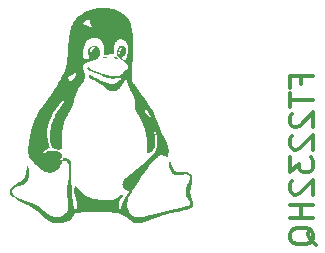
<source format=gbr>
%TF.GenerationSoftware,KiCad,Pcbnew,7.0.7*%
%TF.CreationDate,2024-02-11T21:42:06-08:00*%
%TF.ProjectId,PGL_FTDI_Prog,50474c5f-4654-4444-995f-50726f672e6b,rev?*%
%TF.SameCoordinates,Original*%
%TF.FileFunction,Legend,Bot*%
%TF.FilePolarity,Positive*%
%FSLAX46Y46*%
G04 Gerber Fmt 4.6, Leading zero omitted, Abs format (unit mm)*
G04 Created by KiCad (PCBNEW 7.0.7) date 2024-02-11 21:42:06*
%MOMM*%
%LPD*%
G01*
G04 APERTURE LIST*
%ADD10C,0.300000*%
G04 APERTURE END LIST*
D10*
X99492019Y-55740225D02*
X99492019Y-55073558D01*
X100539638Y-55073558D02*
X98539638Y-55073558D01*
X98539638Y-55073558D02*
X98539638Y-56025939D01*
X98539638Y-56502130D02*
X98539638Y-57644987D01*
X100539638Y-57073558D02*
X98539638Y-57073558D01*
X98730114Y-58216416D02*
X98634876Y-58311654D01*
X98634876Y-58311654D02*
X98539638Y-58502130D01*
X98539638Y-58502130D02*
X98539638Y-58978321D01*
X98539638Y-58978321D02*
X98634876Y-59168797D01*
X98634876Y-59168797D02*
X98730114Y-59264035D01*
X98730114Y-59264035D02*
X98920590Y-59359273D01*
X98920590Y-59359273D02*
X99111066Y-59359273D01*
X99111066Y-59359273D02*
X99396780Y-59264035D01*
X99396780Y-59264035D02*
X100539638Y-58121178D01*
X100539638Y-58121178D02*
X100539638Y-59359273D01*
X98730114Y-60121178D02*
X98634876Y-60216416D01*
X98634876Y-60216416D02*
X98539638Y-60406892D01*
X98539638Y-60406892D02*
X98539638Y-60883083D01*
X98539638Y-60883083D02*
X98634876Y-61073559D01*
X98634876Y-61073559D02*
X98730114Y-61168797D01*
X98730114Y-61168797D02*
X98920590Y-61264035D01*
X98920590Y-61264035D02*
X99111066Y-61264035D01*
X99111066Y-61264035D02*
X99396780Y-61168797D01*
X99396780Y-61168797D02*
X100539638Y-60025940D01*
X100539638Y-60025940D02*
X100539638Y-61264035D01*
X98539638Y-61930702D02*
X98539638Y-63168797D01*
X98539638Y-63168797D02*
X99301542Y-62502130D01*
X99301542Y-62502130D02*
X99301542Y-62787845D01*
X99301542Y-62787845D02*
X99396780Y-62978321D01*
X99396780Y-62978321D02*
X99492019Y-63073559D01*
X99492019Y-63073559D02*
X99682495Y-63168797D01*
X99682495Y-63168797D02*
X100158685Y-63168797D01*
X100158685Y-63168797D02*
X100349161Y-63073559D01*
X100349161Y-63073559D02*
X100444400Y-62978321D01*
X100444400Y-62978321D02*
X100539638Y-62787845D01*
X100539638Y-62787845D02*
X100539638Y-62216416D01*
X100539638Y-62216416D02*
X100444400Y-62025940D01*
X100444400Y-62025940D02*
X100349161Y-61930702D01*
X98730114Y-63930702D02*
X98634876Y-64025940D01*
X98634876Y-64025940D02*
X98539638Y-64216416D01*
X98539638Y-64216416D02*
X98539638Y-64692607D01*
X98539638Y-64692607D02*
X98634876Y-64883083D01*
X98634876Y-64883083D02*
X98730114Y-64978321D01*
X98730114Y-64978321D02*
X98920590Y-65073559D01*
X98920590Y-65073559D02*
X99111066Y-65073559D01*
X99111066Y-65073559D02*
X99396780Y-64978321D01*
X99396780Y-64978321D02*
X100539638Y-63835464D01*
X100539638Y-63835464D02*
X100539638Y-65073559D01*
X100539638Y-65930702D02*
X98539638Y-65930702D01*
X99492019Y-65930702D02*
X99492019Y-67073559D01*
X100539638Y-67073559D02*
X98539638Y-67073559D01*
X100730114Y-69359273D02*
X100634876Y-69168797D01*
X100634876Y-69168797D02*
X100444400Y-68978321D01*
X100444400Y-68978321D02*
X100158685Y-68692607D01*
X100158685Y-68692607D02*
X100063447Y-68502130D01*
X100063447Y-68502130D02*
X100063447Y-68311654D01*
X100539638Y-68406892D02*
X100444400Y-68216416D01*
X100444400Y-68216416D02*
X100253923Y-68025940D01*
X100253923Y-68025940D02*
X99872971Y-67930702D01*
X99872971Y-67930702D02*
X99206304Y-67930702D01*
X99206304Y-67930702D02*
X98825352Y-68025940D01*
X98825352Y-68025940D02*
X98634876Y-68216416D01*
X98634876Y-68216416D02*
X98539638Y-68406892D01*
X98539638Y-68406892D02*
X98539638Y-68787845D01*
X98539638Y-68787845D02*
X98634876Y-68978321D01*
X98634876Y-68978321D02*
X98825352Y-69168797D01*
X98825352Y-69168797D02*
X99206304Y-69264035D01*
X99206304Y-69264035D02*
X99872971Y-69264035D01*
X99872971Y-69264035D02*
X100253923Y-69168797D01*
X100253923Y-69168797D02*
X100444400Y-68978321D01*
X100444400Y-68978321D02*
X100539638Y-68787845D01*
X100539638Y-68787845D02*
X100539638Y-68406892D01*
%TO.C,G\u002A\u002A\u002A*%
G36*
X85136487Y-50817513D02*
G01*
X85188842Y-51018258D01*
X85230633Y-51231835D01*
X85261934Y-51458333D01*
X85270752Y-51548999D01*
X85279933Y-51683230D01*
X85286266Y-51833270D01*
X85289747Y-51998767D01*
X85290373Y-52179372D01*
X85288140Y-52374735D01*
X85283046Y-52584505D01*
X85275087Y-52808333D01*
X85271533Y-52895503D01*
X85261298Y-53145044D01*
X85251606Y-53379012D01*
X85242461Y-53597323D01*
X85233866Y-53799895D01*
X85225825Y-53986643D01*
X85218343Y-54157484D01*
X85211422Y-54312335D01*
X85205067Y-54451114D01*
X85199281Y-54573735D01*
X85194069Y-54680118D01*
X85189432Y-54770177D01*
X85185377Y-54843830D01*
X85181906Y-54900993D01*
X85179022Y-54941583D01*
X85174820Y-54998082D01*
X85169343Y-55095958D01*
X85167073Y-55181558D01*
X85168008Y-55253861D01*
X85172147Y-55311848D01*
X85179488Y-55354499D01*
X85182400Y-55365310D01*
X85192828Y-55398042D01*
X85206402Y-55432041D01*
X85224008Y-55468792D01*
X85246536Y-55509779D01*
X85274873Y-55556487D01*
X85309907Y-55610400D01*
X85352526Y-55673002D01*
X85403618Y-55745778D01*
X85464072Y-55830213D01*
X85493043Y-55870486D01*
X85540432Y-55936914D01*
X85582508Y-55996845D01*
X85622098Y-56054407D01*
X85662026Y-56113729D01*
X85705117Y-56178939D01*
X85754198Y-56254166D01*
X85789492Y-56308199D01*
X85940200Y-56532711D01*
X86101359Y-56763150D01*
X86273932Y-57000873D01*
X86458880Y-57247235D01*
X86462020Y-57251354D01*
X86547495Y-57364442D01*
X86623178Y-57466677D01*
X86690154Y-57559742D01*
X86749510Y-57645320D01*
X86802331Y-57725096D01*
X86849704Y-57800751D01*
X86892715Y-57873969D01*
X86932449Y-57946433D01*
X86969993Y-58019827D01*
X87006433Y-58095833D01*
X87013692Y-58111460D01*
X87032656Y-58152751D01*
X87049962Y-58191398D01*
X87066416Y-58229440D01*
X87082824Y-58268915D01*
X87099989Y-58311860D01*
X87118719Y-58360316D01*
X87139817Y-58416319D01*
X87143689Y-58426781D01*
X87164090Y-58481909D01*
X87192343Y-58559123D01*
X87225381Y-58650000D01*
X87247368Y-58710250D01*
X87300603Y-58853507D01*
X87355318Y-58997344D01*
X87410428Y-59139016D01*
X87464846Y-59275778D01*
X87517486Y-59404887D01*
X87567260Y-59523598D01*
X87613083Y-59629166D01*
X87635851Y-59679751D01*
X87674593Y-59763400D01*
X87718251Y-59855381D01*
X87765161Y-59952324D01*
X87813662Y-60050860D01*
X87862091Y-60147621D01*
X87908786Y-60239238D01*
X87952083Y-60322342D01*
X87990321Y-60393564D01*
X87996401Y-60404676D01*
X88058801Y-60521113D01*
X88112223Y-60626423D01*
X88157222Y-60722910D01*
X88194353Y-60812875D01*
X88224170Y-60898622D01*
X88247227Y-60982454D01*
X88264081Y-61066674D01*
X88275284Y-61153583D01*
X88281392Y-61245485D01*
X88282960Y-61344683D01*
X88280542Y-61453479D01*
X88274693Y-61574176D01*
X88269642Y-61647501D01*
X88262432Y-61717667D01*
X88253301Y-61773563D01*
X88241792Y-61816457D01*
X88227446Y-61847615D01*
X88209806Y-61868302D01*
X88188412Y-61879786D01*
X88162807Y-61883333D01*
X88152013Y-61883052D01*
X88127659Y-61880075D01*
X88100364Y-61873032D01*
X88067217Y-61860921D01*
X88025309Y-61842740D01*
X87971731Y-61817485D01*
X87960819Y-61812256D01*
X87901889Y-61785717D01*
X87852094Y-61767068D01*
X87807349Y-61755183D01*
X87763569Y-61748936D01*
X87716667Y-61747203D01*
X87663144Y-61749799D01*
X87599084Y-61760663D01*
X87533890Y-61781207D01*
X87462500Y-61812737D01*
X87418738Y-61836036D01*
X87348068Y-61880665D01*
X87273713Y-61935932D01*
X87195392Y-62002171D01*
X87112822Y-62079714D01*
X87025723Y-62168893D01*
X86933813Y-62270041D01*
X86836810Y-62383491D01*
X86734434Y-62509574D01*
X86626401Y-62648623D01*
X86512432Y-62800971D01*
X86392244Y-62966950D01*
X86265556Y-63146893D01*
X86132086Y-63341132D01*
X85991554Y-63550000D01*
X85968722Y-63584263D01*
X85864174Y-63741347D01*
X85765257Y-63890289D01*
X85672307Y-64030574D01*
X85585662Y-64161689D01*
X85505660Y-64283118D01*
X85432636Y-64394346D01*
X85366930Y-64494860D01*
X85308878Y-64584144D01*
X85258817Y-64661683D01*
X85217085Y-64726964D01*
X85184020Y-64779471D01*
X85159958Y-64818689D01*
X85096263Y-64927984D01*
X85015588Y-65078287D01*
X84947753Y-65220831D01*
X84892291Y-65356699D01*
X84848735Y-65486970D01*
X84816617Y-65612726D01*
X84808803Y-65655135D01*
X84798791Y-65739066D01*
X84793576Y-65830482D01*
X84793257Y-65923953D01*
X84797936Y-66014050D01*
X84807711Y-66095344D01*
X84821104Y-66169345D01*
X84854330Y-66309760D01*
X84895649Y-66435955D01*
X84945343Y-66548313D01*
X85003694Y-66647221D01*
X85070983Y-66733064D01*
X85147493Y-66806227D01*
X85233505Y-66867095D01*
X85329300Y-66916055D01*
X85435161Y-66953491D01*
X85450028Y-66957650D01*
X85511972Y-66972472D01*
X85573821Y-66982642D01*
X85639694Y-66988564D01*
X85713714Y-66990644D01*
X85800000Y-66989284D01*
X85810672Y-66988931D01*
X85862764Y-66986582D01*
X85913041Y-66983046D01*
X85963287Y-66977986D01*
X86015288Y-66971062D01*
X86070827Y-66961939D01*
X86131689Y-66950279D01*
X86199659Y-66935744D01*
X86276521Y-66917997D01*
X86364060Y-66896701D01*
X86464060Y-66871517D01*
X86578306Y-66842109D01*
X86601544Y-66836084D01*
X86742824Y-66799565D01*
X86871186Y-66766611D01*
X86989375Y-66736547D01*
X87100137Y-66708695D01*
X87206218Y-66682377D01*
X87310363Y-66656918D01*
X87415318Y-66631639D01*
X87523829Y-66605865D01*
X87638641Y-66578917D01*
X87762500Y-66550119D01*
X87774199Y-66547405D01*
X87852059Y-66529165D01*
X87939640Y-66508378D01*
X88035763Y-66485341D01*
X88139250Y-66460347D01*
X88248925Y-66433692D01*
X88363607Y-66405670D01*
X88482121Y-66376575D01*
X88603287Y-66346703D01*
X88725928Y-66316349D01*
X88848866Y-66285807D01*
X88970923Y-66255371D01*
X89090920Y-66225337D01*
X89207681Y-66196000D01*
X89320026Y-66167653D01*
X89426779Y-66140592D01*
X89526760Y-66115112D01*
X89618792Y-66091507D01*
X89701698Y-66070072D01*
X89774299Y-66051101D01*
X89835417Y-66034890D01*
X89883874Y-66021734D01*
X89918492Y-66011926D01*
X89938094Y-66005762D01*
X89939417Y-66005281D01*
X90009799Y-65974895D01*
X90065342Y-65940636D01*
X90105508Y-65902906D01*
X90129759Y-65862110D01*
X90134781Y-65846796D01*
X90139907Y-65813616D01*
X90137177Y-65777750D01*
X90125964Y-65737657D01*
X90105638Y-65691794D01*
X90075570Y-65638619D01*
X90035129Y-65576590D01*
X89983688Y-65504166D01*
X89959531Y-65470708D01*
X89927618Y-65425298D01*
X89898282Y-65382277D01*
X89874001Y-65345289D01*
X89857251Y-65317983D01*
X89825660Y-65254253D01*
X89796226Y-65177969D01*
X89771424Y-65095607D01*
X89753074Y-65012500D01*
X89749454Y-64989876D01*
X89742402Y-64925789D01*
X89738402Y-64855637D01*
X89737456Y-64783908D01*
X89739565Y-64715094D01*
X89744730Y-64653683D01*
X89752954Y-64604166D01*
X89769370Y-64539138D01*
X89789915Y-64469425D01*
X89814849Y-64395111D01*
X89844915Y-64314201D01*
X89880854Y-64224704D01*
X89923408Y-64124626D01*
X89973318Y-64011974D01*
X89981193Y-63994442D01*
X90011996Y-63924754D01*
X90036324Y-63867117D01*
X90054903Y-63819159D01*
X90068463Y-63778514D01*
X90077729Y-63742811D01*
X90083430Y-63709681D01*
X90086294Y-63676756D01*
X90087047Y-63641666D01*
X90086544Y-63616695D01*
X90080366Y-63560460D01*
X90065943Y-63514377D01*
X90041745Y-63474581D01*
X90006244Y-63437203D01*
X89971246Y-63411075D01*
X89921002Y-63387052D01*
X89861086Y-63371194D01*
X89790471Y-63363399D01*
X89708130Y-63363564D01*
X89613038Y-63371588D01*
X89504167Y-63387369D01*
X89345283Y-63407976D01*
X89180862Y-63415162D01*
X89021632Y-63406967D01*
X88866945Y-63383390D01*
X88856794Y-63381245D01*
X88780282Y-63359742D01*
X88713643Y-63329704D01*
X88652202Y-63288597D01*
X88591284Y-63233883D01*
X88570469Y-63212668D01*
X88541638Y-63180809D01*
X88519149Y-63150981D01*
X88498975Y-63117580D01*
X88477086Y-63075000D01*
X88473910Y-63068519D01*
X88456777Y-63032720D01*
X88442254Y-63000159D01*
X88429416Y-62968057D01*
X88417342Y-62933635D01*
X88405108Y-62894114D01*
X88391791Y-62846715D01*
X88376467Y-62788659D01*
X88358213Y-62717167D01*
X88345627Y-62667239D01*
X88334459Y-62621569D01*
X88326505Y-62585799D01*
X88321281Y-62556574D01*
X88318304Y-62530537D01*
X88317090Y-62504333D01*
X88317156Y-62474606D01*
X88318020Y-62438000D01*
X88319155Y-62403399D01*
X88321470Y-62363983D01*
X88324983Y-62335280D01*
X88330180Y-62313746D01*
X88337549Y-62295833D01*
X88351734Y-62273091D01*
X88369134Y-62259525D01*
X88387843Y-62259940D01*
X88408112Y-62274680D01*
X88430190Y-62304088D01*
X88454329Y-62348506D01*
X88480779Y-62408278D01*
X88509791Y-62483747D01*
X88541614Y-62575256D01*
X88555476Y-62615357D01*
X88576617Y-62672589D01*
X88598258Y-62727315D01*
X88618609Y-62775057D01*
X88635882Y-62811336D01*
X88652190Y-62841323D01*
X88708863Y-62927996D01*
X88773358Y-63001446D01*
X88846641Y-63062273D01*
X88929674Y-63111076D01*
X89023421Y-63148455D01*
X89128847Y-63175008D01*
X89246914Y-63191336D01*
X89257499Y-63192184D01*
X89296670Y-63194277D01*
X89348541Y-63195997D01*
X89410211Y-63197292D01*
X89478779Y-63198111D01*
X89551343Y-63198402D01*
X89625000Y-63198111D01*
X89904167Y-63195833D01*
X89968700Y-63217848D01*
X89987905Y-63224717D01*
X90053142Y-63254533D01*
X90109304Y-63292624D01*
X90162094Y-63342672D01*
X90193794Y-63381255D01*
X90238172Y-63455891D01*
X90271617Y-63542991D01*
X90294094Y-63642451D01*
X90305567Y-63754166D01*
X90306771Y-63785921D01*
X90305347Y-63881951D01*
X90295965Y-63980219D01*
X90278173Y-64083544D01*
X90251520Y-64194741D01*
X90215556Y-64316630D01*
X90192369Y-64390988D01*
X90174267Y-64453516D01*
X90160646Y-64507966D01*
X90150886Y-64558126D01*
X90144370Y-64607786D01*
X90140481Y-64660737D01*
X90138601Y-64720767D01*
X90138112Y-64791666D01*
X90138174Y-64816604D01*
X90139140Y-64879582D01*
X90141673Y-64936438D01*
X90146280Y-64989574D01*
X90153471Y-65041392D01*
X90163753Y-65094293D01*
X90177634Y-65150680D01*
X90195623Y-65212954D01*
X90218227Y-65283517D01*
X90245955Y-65364772D01*
X90279314Y-65459118D01*
X90295358Y-65504400D01*
X90320956Y-65579073D01*
X90341092Y-65641925D01*
X90356410Y-65695273D01*
X90367551Y-65741434D01*
X90375161Y-65782726D01*
X90379881Y-65821465D01*
X90381563Y-65866057D01*
X90372249Y-65944767D01*
X90347343Y-66018876D01*
X90307357Y-66087384D01*
X90252803Y-66149290D01*
X90184193Y-66203595D01*
X90155756Y-66221695D01*
X90109239Y-66247810D01*
X90058672Y-66271714D01*
X90001977Y-66294136D01*
X89937073Y-66315810D01*
X89861883Y-66337466D01*
X89774326Y-66359836D01*
X89672325Y-66383650D01*
X89665265Y-66385246D01*
X89601708Y-66399918D01*
X89535281Y-66415728D01*
X89470772Y-66431506D01*
X89412971Y-66446083D01*
X89366667Y-66458289D01*
X89304050Y-66474775D01*
X89229976Y-66492953D01*
X89146899Y-66512059D01*
X89052955Y-66532508D01*
X88946277Y-66554716D01*
X88825000Y-66579099D01*
X88676920Y-66608731D01*
X88519742Y-66641010D01*
X88375375Y-66671782D01*
X88241860Y-66701617D01*
X88117237Y-66731085D01*
X87999548Y-66760757D01*
X87886835Y-66791202D01*
X87777138Y-66822992D01*
X87668498Y-66856697D01*
X87558957Y-66892886D01*
X87446555Y-66932131D01*
X87329334Y-66975001D01*
X87205335Y-67022067D01*
X87072599Y-67073899D01*
X86929167Y-67131068D01*
X86846608Y-67164187D01*
X86739797Y-67206853D01*
X86645672Y-67244183D01*
X86562627Y-67276785D01*
X86489061Y-67305267D01*
X86423368Y-67330237D01*
X86363946Y-67352300D01*
X86309190Y-67372067D01*
X86257497Y-67390143D01*
X86207263Y-67407137D01*
X86156884Y-67423656D01*
X86107013Y-67439025D01*
X86039605Y-67457964D01*
X85970396Y-67475695D01*
X85903772Y-67491155D01*
X85844122Y-67503284D01*
X85795834Y-67511019D01*
X85794967Y-67511122D01*
X85776050Y-67512406D01*
X85744919Y-67513613D01*
X85705695Y-67514613D01*
X85662500Y-67515273D01*
X85593820Y-67514043D01*
X85528991Y-67508193D01*
X85467532Y-67496849D01*
X85407628Y-67479149D01*
X85347463Y-67454233D01*
X85285221Y-67421239D01*
X85219086Y-67379307D01*
X85147243Y-67327575D01*
X85067875Y-67265183D01*
X84979167Y-67191269D01*
X84916826Y-67138670D01*
X84825732Y-67063801D01*
X84743422Y-66998991D01*
X84668198Y-66943035D01*
X84598359Y-66894728D01*
X84532207Y-66852867D01*
X84468042Y-66816246D01*
X84404167Y-66783662D01*
X84352994Y-66760080D01*
X84259422Y-66722356D01*
X84161156Y-66689762D01*
X84056521Y-66661971D01*
X83943842Y-66638655D01*
X83821443Y-66619487D01*
X83687648Y-66604141D01*
X83540781Y-66592288D01*
X83379167Y-66583604D01*
X83359692Y-66582832D01*
X83290806Y-66580732D01*
X83207306Y-66578945D01*
X83110612Y-66577463D01*
X83002147Y-66576280D01*
X82883332Y-66575385D01*
X82755590Y-66574772D01*
X82620342Y-66574432D01*
X82479010Y-66574356D01*
X82333015Y-66574538D01*
X82183781Y-66574968D01*
X82032728Y-66575639D01*
X81881279Y-66576542D01*
X81730856Y-66577670D01*
X81582880Y-66579013D01*
X81438773Y-66580565D01*
X81299957Y-66582317D01*
X81167854Y-66584261D01*
X81043886Y-66586389D01*
X80929474Y-66588692D01*
X80826042Y-66591163D01*
X80735009Y-66593793D01*
X80657799Y-66596574D01*
X80595834Y-66599498D01*
X80582660Y-66600256D01*
X80516364Y-66605350D01*
X80461421Y-66613022D01*
X80415554Y-66624848D01*
X80376488Y-66642406D01*
X80341946Y-66667271D01*
X80309654Y-66701022D01*
X80277336Y-66745234D01*
X80242716Y-66801485D01*
X80203518Y-66871351D01*
X80203468Y-66871443D01*
X80165421Y-66939317D01*
X80131702Y-66995297D01*
X80099919Y-67042738D01*
X80067678Y-67084991D01*
X80032587Y-67125411D01*
X79992252Y-67167348D01*
X79916089Y-67236350D01*
X79829209Y-67298766D01*
X79734380Y-67350659D01*
X79629136Y-67393365D01*
X79511017Y-67428219D01*
X79481038Y-67435384D01*
X79369055Y-67457076D01*
X79248952Y-67473346D01*
X79123707Y-67484178D01*
X78996302Y-67489556D01*
X78869714Y-67489464D01*
X78746924Y-67483885D01*
X78630910Y-67472804D01*
X78524653Y-67456204D01*
X78431131Y-67434070D01*
X78419550Y-67430664D01*
X78294306Y-67385844D01*
X78175733Y-67327923D01*
X78061680Y-67255714D01*
X77950000Y-67168027D01*
X77948091Y-67166363D01*
X77928459Y-67148358D01*
X77899011Y-67120345D01*
X77861403Y-67083944D01*
X77817292Y-67040776D01*
X77768333Y-66992459D01*
X77716184Y-66940615D01*
X77662500Y-66886864D01*
X77653319Y-66877647D01*
X77568507Y-66793524D01*
X77492092Y-66719653D01*
X77424701Y-66656620D01*
X77366963Y-66605014D01*
X77319504Y-66565423D01*
X77128554Y-66421199D01*
X76893097Y-66261470D01*
X76649704Y-66115152D01*
X76400056Y-65983246D01*
X76145834Y-65866752D01*
X76102809Y-65848288D01*
X76021562Y-65811934D01*
X75943231Y-65774627D01*
X75866039Y-65735324D01*
X75788209Y-65692983D01*
X75707964Y-65646563D01*
X75623529Y-65595019D01*
X75533124Y-65537311D01*
X75434975Y-65472395D01*
X75327304Y-65399229D01*
X75208334Y-65316771D01*
X75182195Y-65298461D01*
X75116741Y-65251929D01*
X75063041Y-65212460D01*
X75019392Y-65178650D01*
X74984093Y-65149098D01*
X74955443Y-65122401D01*
X74931739Y-65097156D01*
X74911279Y-65071961D01*
X74894892Y-65049227D01*
X74852882Y-64975474D01*
X74827480Y-64901244D01*
X74818650Y-64826629D01*
X74826355Y-64751722D01*
X74850558Y-64676615D01*
X74891222Y-64601399D01*
X74948312Y-64526167D01*
X75021790Y-64451010D01*
X75111620Y-64376021D01*
X75217765Y-64301292D01*
X75241222Y-64285985D01*
X75296409Y-64249956D01*
X75354468Y-64212037D01*
X75409788Y-64175891D01*
X75456758Y-64145184D01*
X75488445Y-64124255D01*
X75602734Y-64044668D01*
X75704144Y-63966701D01*
X75795228Y-63888186D01*
X75878541Y-63806952D01*
X75956639Y-63720833D01*
X76019323Y-63644198D01*
X76087750Y-63549588D01*
X76143035Y-63457969D01*
X76186331Y-63367152D01*
X76218788Y-63274947D01*
X76241559Y-63179166D01*
X76244537Y-63158127D01*
X76248190Y-63121924D01*
X76251862Y-63076139D01*
X76255258Y-63024524D01*
X76258078Y-62970833D01*
X76259187Y-62947867D01*
X76263631Y-62878447D01*
X76269329Y-62823124D01*
X76276684Y-62779916D01*
X76286101Y-62746841D01*
X76297985Y-62721919D01*
X76312741Y-62703168D01*
X76329933Y-62688927D01*
X76346414Y-62685117D01*
X76363933Y-62694348D01*
X76386129Y-62717322D01*
X76395438Y-62728970D01*
X76427108Y-62783035D01*
X76452169Y-62851171D01*
X76470363Y-62932295D01*
X76481427Y-63025321D01*
X76485101Y-63129166D01*
X76481030Y-63251106D01*
X76464417Y-63398239D01*
X76434289Y-63543597D01*
X76389888Y-63691666D01*
X76385350Y-63704766D01*
X76345444Y-63809117D01*
X76303335Y-63899365D01*
X76257713Y-63977795D01*
X76207266Y-64046690D01*
X76150683Y-64108333D01*
X76130268Y-64127814D01*
X76092547Y-64160635D01*
X76054246Y-64188905D01*
X76013097Y-64213658D01*
X75966834Y-64235930D01*
X75913190Y-64256756D01*
X75849899Y-64277171D01*
X75774694Y-64298212D01*
X75685309Y-64320912D01*
X75655990Y-64328220D01*
X75548083Y-64357427D01*
X75454523Y-64387047D01*
X75373462Y-64417923D01*
X75303053Y-64450897D01*
X75241447Y-64486811D01*
X75186797Y-64526509D01*
X75137255Y-64570833D01*
X75135033Y-64573028D01*
X75094951Y-64615853D01*
X75067089Y-64654230D01*
X75049545Y-64692225D01*
X75040416Y-64733904D01*
X75037799Y-64783333D01*
X75037814Y-64790278D01*
X75038922Y-64826414D01*
X75042859Y-64854112D01*
X75051127Y-64880449D01*
X75065231Y-64912500D01*
X75082946Y-64947101D01*
X75137412Y-65030080D01*
X75207241Y-65110599D01*
X75291542Y-65187804D01*
X75389425Y-65260845D01*
X75500000Y-65328866D01*
X75533654Y-65347270D01*
X75585801Y-65374123D01*
X75641252Y-65400580D01*
X75701423Y-65427182D01*
X75767733Y-65454472D01*
X75841596Y-65482990D01*
X75924429Y-65513280D01*
X76017650Y-65545881D01*
X76122675Y-65581336D01*
X76240920Y-65620186D01*
X76373802Y-65662974D01*
X76457789Y-65689956D01*
X76546794Y-65719059D01*
X76623392Y-65744859D01*
X76689550Y-65768117D01*
X76747235Y-65789596D01*
X76798412Y-65810059D01*
X76845049Y-65830267D01*
X76889112Y-65850984D01*
X76932566Y-65872971D01*
X76977380Y-65896991D01*
X77041521Y-65932975D01*
X77118946Y-65978773D01*
X77197358Y-66027915D01*
X77278159Y-66081403D01*
X77362753Y-66140236D01*
X77452540Y-66205416D01*
X77548923Y-66277943D01*
X77653304Y-66358819D01*
X77767084Y-66449043D01*
X77891667Y-66549618D01*
X77941053Y-66589717D01*
X78006396Y-66642432D01*
X78061695Y-66686408D01*
X78108617Y-66722802D01*
X78148832Y-66752770D01*
X78184008Y-66777470D01*
X78215812Y-66798059D01*
X78245913Y-66815694D01*
X78275979Y-66831532D01*
X78307679Y-66846730D01*
X78342680Y-66862445D01*
X78415345Y-66891556D01*
X78545193Y-66929996D01*
X78679968Y-66952952D01*
X78820834Y-66960664D01*
X78855829Y-66960296D01*
X78968589Y-66952540D01*
X79072610Y-66934097D01*
X79171666Y-66904135D01*
X79269533Y-66861821D01*
X79285478Y-66853788D01*
X79351744Y-66816553D01*
X79412214Y-66775122D01*
X79471544Y-66726050D01*
X79534388Y-66665895D01*
X79570532Y-66627929D01*
X79643727Y-66539110D01*
X79702492Y-66447893D01*
X79747414Y-66352577D01*
X79779081Y-66251460D01*
X79798082Y-66142840D01*
X79805005Y-66025017D01*
X79800438Y-65896289D01*
X79798696Y-65875647D01*
X79793943Y-65828371D01*
X79787336Y-65769460D01*
X79779250Y-65701999D01*
X79770059Y-65629073D01*
X79760136Y-65553767D01*
X79749856Y-65479166D01*
X79744795Y-65443264D01*
X79730997Y-65344666D01*
X79719361Y-65259981D01*
X79709682Y-65187269D01*
X79701752Y-65124594D01*
X79695365Y-65070018D01*
X79690315Y-65021604D01*
X79686395Y-64977416D01*
X79683398Y-64935515D01*
X79681117Y-64893965D01*
X79679347Y-64850827D01*
X79677880Y-64804166D01*
X79677630Y-64794906D01*
X79676640Y-64734777D01*
X79676986Y-64676592D01*
X79678876Y-64618697D01*
X79682519Y-64559436D01*
X79688125Y-64497153D01*
X79695902Y-64430193D01*
X79706059Y-64356899D01*
X79718805Y-64275618D01*
X79734349Y-64184693D01*
X79752900Y-64082468D01*
X79774667Y-63967289D01*
X79799858Y-63837500D01*
X79816954Y-63749499D01*
X79832492Y-63666755D01*
X79845091Y-63594799D01*
X79855021Y-63530756D01*
X79862552Y-63471750D01*
X79867951Y-63414907D01*
X79871489Y-63357351D01*
X79873434Y-63296208D01*
X79874056Y-63228602D01*
X79873624Y-63151657D01*
X79872407Y-63062500D01*
X79871026Y-62986219D01*
X79868867Y-62901996D01*
X79866074Y-62830441D01*
X79862440Y-62769313D01*
X79857757Y-62716373D01*
X79851821Y-62669379D01*
X79844425Y-62626090D01*
X79835362Y-62584266D01*
X79824425Y-62541666D01*
X79817341Y-62517480D01*
X79786998Y-62438290D01*
X79748812Y-62368026D01*
X79704653Y-62310302D01*
X79699878Y-62305215D01*
X79651710Y-62261774D01*
X79599374Y-62229499D01*
X79540124Y-62207330D01*
X79471212Y-62194210D01*
X79389890Y-62189081D01*
X79355654Y-62188306D01*
X79325799Y-62186805D01*
X79308041Y-62184349D01*
X79299840Y-62180544D01*
X79298655Y-62175000D01*
X79300419Y-62162967D01*
X79303362Y-62137746D01*
X79307016Y-62103325D01*
X79310964Y-62063485D01*
X79320452Y-61964471D01*
X79458143Y-61968977D01*
X79476790Y-61969676D01*
X79571321Y-61976608D01*
X79652479Y-61989252D01*
X79722438Y-62008329D01*
X79783377Y-62034564D01*
X79837470Y-62068678D01*
X79886894Y-62111395D01*
X79927597Y-62156123D01*
X79961511Y-62204957D01*
X79989954Y-62261144D01*
X80015680Y-62329340D01*
X80029137Y-62372138D01*
X80040760Y-62416080D01*
X80049835Y-62460730D01*
X80056553Y-62508362D01*
X80061108Y-62561251D01*
X80063692Y-62621669D01*
X80064498Y-62691889D01*
X80063718Y-62774186D01*
X80061545Y-62870833D01*
X80059061Y-62977198D01*
X80056853Y-63108776D01*
X80055379Y-63245783D01*
X80054631Y-63385460D01*
X80054603Y-63525047D01*
X80055286Y-63661781D01*
X80056674Y-63792904D01*
X80058757Y-63915655D01*
X80061530Y-64027274D01*
X80064984Y-64125000D01*
X80065939Y-64148094D01*
X80068973Y-64226408D01*
X80072163Y-64315227D01*
X80075356Y-64409941D01*
X80078401Y-64505937D01*
X80081144Y-64598605D01*
X80083433Y-64683333D01*
X80084275Y-64715320D01*
X80087181Y-64808886D01*
X80090701Y-64894712D01*
X80095087Y-64975210D01*
X80100592Y-65052791D01*
X80107468Y-65129865D01*
X80115969Y-65208843D01*
X80126346Y-65292135D01*
X80138851Y-65382153D01*
X80153738Y-65481307D01*
X80171260Y-65592008D01*
X80191667Y-65716666D01*
X80198850Y-65760411D01*
X80212565Y-65845912D01*
X80225836Y-65931099D01*
X80238268Y-66013286D01*
X80249464Y-66089789D01*
X80259027Y-66157921D01*
X80266561Y-66214997D01*
X80271669Y-66258333D01*
X80275577Y-66285192D01*
X80281051Y-66307699D01*
X80286616Y-66318622D01*
X80294676Y-66321867D01*
X80318629Y-66324701D01*
X80349303Y-66323790D01*
X80380625Y-66319464D01*
X80406518Y-66312057D01*
X80437966Y-66295322D01*
X80472394Y-66265342D01*
X80499725Y-66225540D01*
X80519949Y-66175445D01*
X80533056Y-66114584D01*
X80539033Y-66042482D01*
X80537870Y-65958668D01*
X80529556Y-65862668D01*
X80514080Y-65754010D01*
X80491431Y-65632220D01*
X80461598Y-65496826D01*
X80424570Y-65347354D01*
X80380336Y-65183333D01*
X80377038Y-65171506D01*
X80356585Y-65097787D01*
X80340114Y-65037313D01*
X80327087Y-64987655D01*
X80316966Y-64946388D01*
X80309212Y-64911084D01*
X80303288Y-64879317D01*
X80298655Y-64848660D01*
X80294774Y-64816685D01*
X80291109Y-64780966D01*
X80287180Y-64725620D01*
X80287249Y-64641903D01*
X80294883Y-64566202D01*
X80309741Y-64500379D01*
X80331481Y-64446299D01*
X80359763Y-64405825D01*
X80362754Y-64402686D01*
X80380064Y-64385807D01*
X80394500Y-64377389D01*
X80412555Y-64375084D01*
X80440723Y-64376545D01*
X80471938Y-64380569D01*
X80502207Y-64390673D01*
X80534887Y-64409669D01*
X80572954Y-64438109D01*
X80630926Y-64491927D01*
X80693246Y-64561257D01*
X80759662Y-64645833D01*
X80760369Y-64646784D01*
X80806159Y-64708198D01*
X80844153Y-64758394D01*
X80876254Y-64799655D01*
X80904369Y-64834264D01*
X80930403Y-64864503D01*
X80956261Y-64892656D01*
X80983848Y-64921005D01*
X81015070Y-64951833D01*
X81058883Y-64993060D01*
X81172340Y-65087275D01*
X81294669Y-65171664D01*
X81426620Y-65246520D01*
X81568946Y-65312133D01*
X81722398Y-65368794D01*
X81887728Y-65416793D01*
X82065687Y-65456421D01*
X82257027Y-65487969D01*
X82462500Y-65511728D01*
X82561042Y-65520040D01*
X82674635Y-65527586D01*
X82790137Y-65533316D01*
X82905243Y-65537210D01*
X83017645Y-65539245D01*
X83125035Y-65539402D01*
X83225106Y-65537659D01*
X83315552Y-65533994D01*
X83394063Y-65528388D01*
X83458334Y-65520818D01*
X83482356Y-65517032D01*
X83594639Y-65494800D01*
X83694875Y-65466188D01*
X83786379Y-65429702D01*
X83872469Y-65383849D01*
X83956459Y-65327136D01*
X84041667Y-65258067D01*
X84046728Y-65253668D01*
X84082454Y-65223153D01*
X84116774Y-65194674D01*
X84146005Y-65171245D01*
X84166466Y-65155881D01*
X84187882Y-65141876D01*
X84236959Y-65116157D01*
X84283800Y-65099765D01*
X84326467Y-65092687D01*
X84363024Y-65094913D01*
X84391535Y-65106432D01*
X84410061Y-65127234D01*
X84416667Y-65157306D01*
X84413131Y-65181871D01*
X84394641Y-65222067D01*
X84360653Y-65265649D01*
X84311531Y-65312080D01*
X84301170Y-65320932D01*
X84237537Y-65382363D01*
X84185670Y-65447305D01*
X84142525Y-65520073D01*
X84105061Y-65604982D01*
X84092319Y-65639365D01*
X84070799Y-65708546D01*
X84056901Y-65775030D01*
X84049496Y-65845091D01*
X84047456Y-65925000D01*
X84049145Y-65988307D01*
X84055917Y-66055566D01*
X84068949Y-66115852D01*
X84089396Y-66174219D01*
X84118413Y-66235722D01*
X84125657Y-66249010D01*
X84163248Y-66306003D01*
X84209713Y-66362412D01*
X84260504Y-66413109D01*
X84311072Y-66452965D01*
X84331657Y-66466231D01*
X84349074Y-66476357D01*
X84356736Y-66479293D01*
X84355286Y-66471641D01*
X84348666Y-66452741D01*
X84338305Y-66426910D01*
X84313528Y-66359692D01*
X84288426Y-66253923D01*
X84279480Y-66145826D01*
X84286698Y-66034989D01*
X84310089Y-65921003D01*
X84349658Y-65803457D01*
X84367175Y-65761739D01*
X84395857Y-65700554D01*
X84430004Y-65635163D01*
X84470286Y-65564508D01*
X84517375Y-65487532D01*
X84571942Y-65403177D01*
X84634659Y-65310387D01*
X84706196Y-65208105D01*
X84787225Y-65095272D01*
X84878418Y-64970833D01*
X84889001Y-64956490D01*
X84919005Y-64915577D01*
X84944868Y-64879950D01*
X84965138Y-64851629D01*
X84978364Y-64832639D01*
X84983095Y-64825000D01*
X84983062Y-64824871D01*
X84975122Y-64819417D01*
X84955214Y-64808409D01*
X84926212Y-64793382D01*
X84890995Y-64775870D01*
X84867348Y-64764057D01*
X84777182Y-64714087D01*
X84692390Y-64659470D01*
X84616652Y-64602712D01*
X84553651Y-64546316D01*
X84496499Y-64482453D01*
X84443713Y-64404185D01*
X84407378Y-64323400D01*
X84387507Y-64240160D01*
X84384115Y-64154528D01*
X84397215Y-64066567D01*
X84426822Y-63976339D01*
X84455735Y-63915012D01*
X84496161Y-63847270D01*
X84546288Y-63778827D01*
X84607048Y-63708693D01*
X84679369Y-63635875D01*
X84764181Y-63559380D01*
X84862415Y-63478217D01*
X84975000Y-63391393D01*
X85092490Y-63302351D01*
X85265384Y-63167779D01*
X85442165Y-63025990D01*
X85623787Y-62876174D01*
X85811203Y-62717520D01*
X86005369Y-62549218D01*
X86207236Y-62370457D01*
X86417761Y-62180427D01*
X86637895Y-61978317D01*
X86702013Y-61918316D01*
X86793785Y-61829358D01*
X86873914Y-61747173D01*
X86943708Y-61670149D01*
X87004472Y-61596678D01*
X87057513Y-61525149D01*
X87104137Y-61453952D01*
X87145651Y-61381478D01*
X87183361Y-61306116D01*
X87190108Y-61291362D01*
X87224199Y-61205661D01*
X87255634Y-61108529D01*
X87283351Y-61004308D01*
X87306285Y-60897344D01*
X87323373Y-60791981D01*
X87333553Y-60692562D01*
X87336032Y-60642114D01*
X87336322Y-60531829D01*
X87330632Y-60415736D01*
X87319427Y-60299324D01*
X87303172Y-60188082D01*
X87282331Y-60087500D01*
X87278121Y-60070774D01*
X87256810Y-59995623D01*
X87233021Y-59925049D01*
X87207588Y-59860729D01*
X87181348Y-59804340D01*
X87155138Y-59757562D01*
X87129794Y-59722072D01*
X87106152Y-59699547D01*
X87085049Y-59691666D01*
X87085044Y-59691666D01*
X87068314Y-59697893D01*
X87059737Y-59716870D01*
X87059309Y-59749045D01*
X87067024Y-59794870D01*
X87082875Y-59854793D01*
X87086804Y-59868341D01*
X87109056Y-59957797D01*
X87128540Y-60057859D01*
X87144967Y-60165217D01*
X87158050Y-60276560D01*
X87167499Y-60388579D01*
X87173026Y-60497963D01*
X87174344Y-60601402D01*
X87171164Y-60695586D01*
X87163198Y-60777204D01*
X87161589Y-60788308D01*
X87135150Y-60918858D01*
X87095895Y-61039546D01*
X87043115Y-61151903D01*
X86976102Y-61257458D01*
X86894148Y-61357739D01*
X86855361Y-61398698D01*
X86792932Y-61458046D01*
X86734102Y-61505743D01*
X86679705Y-61541350D01*
X86630568Y-61564428D01*
X86587524Y-61574537D01*
X86551402Y-61571238D01*
X86523032Y-61554092D01*
X86512710Y-61542768D01*
X86503480Y-61529239D01*
X86496132Y-61512760D01*
X86490483Y-61491617D01*
X86486350Y-61464096D01*
X86483549Y-61428483D01*
X86481896Y-61383064D01*
X86481209Y-61326125D01*
X86481303Y-61255953D01*
X86481995Y-61170833D01*
X86482235Y-61141270D01*
X86482398Y-61065305D01*
X86481981Y-60989146D01*
X86481033Y-60916164D01*
X86479608Y-60849732D01*
X86477757Y-60793220D01*
X86475531Y-60750000D01*
X86475096Y-60743605D01*
X86466784Y-60634294D01*
X86456659Y-60521098D01*
X86445040Y-60406585D01*
X86432247Y-60293321D01*
X86418600Y-60183873D01*
X86404416Y-60080807D01*
X86390015Y-59986692D01*
X86375716Y-59904093D01*
X86361839Y-59835578D01*
X86344817Y-59766493D01*
X86318553Y-59674048D01*
X86286138Y-59570749D01*
X86248385Y-59458720D01*
X86206107Y-59340085D01*
X86160117Y-59216966D01*
X86111228Y-59091489D01*
X86060253Y-58965777D01*
X86008004Y-58841953D01*
X85955296Y-58722142D01*
X85902941Y-58608467D01*
X85851752Y-58503052D01*
X85834541Y-58468843D01*
X85804840Y-58411122D01*
X85777599Y-58360589D01*
X85750748Y-58313818D01*
X85722219Y-58267384D01*
X85689942Y-58217858D01*
X85651850Y-58161817D01*
X85605874Y-58095833D01*
X85588843Y-58071501D01*
X85547887Y-58012116D01*
X85515368Y-57963219D01*
X85507398Y-57950453D01*
X86308433Y-57950453D01*
X86309623Y-57990108D01*
X86309740Y-57993456D01*
X86311645Y-58033999D01*
X86314798Y-58063863D01*
X86320444Y-58088644D01*
X86329833Y-58113941D01*
X86344211Y-58145353D01*
X86350310Y-58157860D01*
X86367679Y-58189189D01*
X86387623Y-58217446D01*
X86413594Y-58247157D01*
X86449044Y-58282853D01*
X86473416Y-58306982D01*
X86510743Y-58345199D01*
X86546360Y-58382939D01*
X86575045Y-58414739D01*
X86586744Y-58427876D01*
X86613135Y-58455523D01*
X86637042Y-58478148D01*
X86654419Y-58491822D01*
X86686293Y-58505876D01*
X86715420Y-58505620D01*
X86738966Y-58489717D01*
X86756468Y-58458318D01*
X86759541Y-58447326D01*
X86759737Y-58426781D01*
X86752083Y-58403543D01*
X86735455Y-58375485D01*
X86708727Y-58340484D01*
X86670776Y-58296414D01*
X86663251Y-58287941D01*
X86625037Y-58243308D01*
X86596216Y-58205366D01*
X86574529Y-58169972D01*
X86557717Y-58132982D01*
X86543520Y-58090252D01*
X86529679Y-58037640D01*
X86521643Y-58007029D01*
X86510152Y-57968951D01*
X86499059Y-57937710D01*
X86489936Y-57918031D01*
X86486421Y-57912655D01*
X86458897Y-57883714D01*
X86425498Y-57865051D01*
X86390008Y-57857564D01*
X86356209Y-57862145D01*
X86327884Y-57879691D01*
X86322962Y-57884729D01*
X86315219Y-57894588D01*
X86310622Y-57906374D01*
X86308563Y-57923769D01*
X86308433Y-57950453D01*
X85507398Y-57950453D01*
X85490100Y-57922746D01*
X85470892Y-57888633D01*
X85456559Y-57858816D01*
X85445911Y-57831233D01*
X85437760Y-57803820D01*
X85433203Y-57783974D01*
X85428759Y-57755167D01*
X85426235Y-57721769D01*
X85425609Y-57681385D01*
X85426860Y-57631619D01*
X85429964Y-57570075D01*
X85434900Y-57494358D01*
X85437566Y-57448721D01*
X85439034Y-57298105D01*
X85429506Y-57149913D01*
X85409371Y-57006460D01*
X85379017Y-56870058D01*
X85338834Y-56743023D01*
X85289210Y-56627668D01*
X85271562Y-56593266D01*
X85247588Y-56548140D01*
X85221422Y-56500110D01*
X85196262Y-56455112D01*
X85176276Y-56419201D01*
X85140277Y-56351803D01*
X85100859Y-56275317D01*
X85059918Y-56193590D01*
X85019345Y-56110469D01*
X84981034Y-56029802D01*
X84946878Y-55955435D01*
X84918770Y-55891216D01*
X84909721Y-55869673D01*
X84873408Y-55779730D01*
X84844030Y-55700009D01*
X84820451Y-55627056D01*
X84801536Y-55557415D01*
X84786150Y-55487629D01*
X84785068Y-55482187D01*
X84776055Y-55439858D01*
X84767045Y-55402139D01*
X84759030Y-55372959D01*
X84753002Y-55356250D01*
X84752635Y-55355544D01*
X84737122Y-55337699D01*
X84716040Y-55333231D01*
X84688907Y-55342391D01*
X84655244Y-55365433D01*
X84614570Y-55402607D01*
X84566406Y-55454166D01*
X84536823Y-55488663D01*
X84503586Y-55531166D01*
X84472408Y-55576260D01*
X84440396Y-55628180D01*
X84404660Y-55691162D01*
X84396205Y-55706456D01*
X84380462Y-55734412D01*
X84366067Y-55758634D01*
X84351315Y-55781496D01*
X84334500Y-55805367D01*
X84313916Y-55832622D01*
X84287859Y-55865630D01*
X84254622Y-55906764D01*
X84212500Y-55958396D01*
X84146467Y-56037371D01*
X84086079Y-56105329D01*
X84031375Y-56161756D01*
X83980855Y-56208025D01*
X83933019Y-56245506D01*
X83886367Y-56275573D01*
X83839400Y-56299596D01*
X83824592Y-56306044D01*
X83780422Y-56322179D01*
X83735286Y-56333256D01*
X83686124Y-56339561D01*
X83629877Y-56341377D01*
X83563483Y-56338990D01*
X83483883Y-56332684D01*
X83426168Y-56325967D01*
X83367028Y-56315038D01*
X83313135Y-56299404D01*
X83261827Y-56277723D01*
X83210439Y-56248656D01*
X83156308Y-56210860D01*
X83096772Y-56162995D01*
X83029167Y-56103720D01*
X82976139Y-56056395D01*
X82920615Y-56008235D01*
X82866291Y-55962883D01*
X82811439Y-55919084D01*
X82754334Y-55875583D01*
X82693246Y-55831126D01*
X82626449Y-55784459D01*
X82552216Y-55734325D01*
X82468819Y-55679472D01*
X82374531Y-55618645D01*
X82267624Y-55550587D01*
X82238329Y-55532065D01*
X82173783Y-55491662D01*
X82119777Y-55458697D01*
X82073923Y-55431897D01*
X82033833Y-55409990D01*
X81997118Y-55391704D01*
X81961388Y-55375765D01*
X81924257Y-55360901D01*
X81883334Y-55345839D01*
X81882538Y-55345554D01*
X81790443Y-55309301D01*
X81710354Y-55270964D01*
X81643039Y-55231123D01*
X81589264Y-55190359D01*
X81549797Y-55149253D01*
X81525403Y-55108385D01*
X81516850Y-55068336D01*
X81524353Y-55034649D01*
X81545592Y-55004774D01*
X81577636Y-54982861D01*
X81609210Y-54971599D01*
X81645067Y-54967022D01*
X81683757Y-54971459D01*
X81727650Y-54985465D01*
X81779115Y-55009596D01*
X81840523Y-55044405D01*
X81852531Y-55051535D01*
X81916085Y-55087371D01*
X81992336Y-55127843D01*
X82079172Y-55171996D01*
X82174484Y-55218875D01*
X82276160Y-55267526D01*
X82382090Y-55316994D01*
X82490163Y-55366323D01*
X82598270Y-55414559D01*
X82704298Y-55460747D01*
X82806139Y-55503932D01*
X82901681Y-55543159D01*
X82988814Y-55577474D01*
X83065427Y-55605921D01*
X83129410Y-55627546D01*
X83243205Y-55657766D01*
X83359952Y-55677802D01*
X83473185Y-55686343D01*
X83579109Y-55682924D01*
X83633022Y-55676444D01*
X83731045Y-55655969D01*
X83819065Y-55624553D01*
X83899558Y-55581209D01*
X83975000Y-55524947D01*
X83997288Y-55506185D01*
X84040117Y-55471127D01*
X84085490Y-55434939D01*
X84126685Y-55403023D01*
X84133803Y-55397606D01*
X84186601Y-55356039D01*
X84225903Y-55321909D01*
X84252404Y-55294171D01*
X84266799Y-55271781D01*
X84269782Y-55253694D01*
X84262051Y-55238864D01*
X84244298Y-55226247D01*
X84242010Y-55225295D01*
X84224174Y-55221844D01*
X84195803Y-55219234D01*
X84160776Y-55217510D01*
X84122974Y-55216716D01*
X84086278Y-55216895D01*
X84054568Y-55218092D01*
X84031724Y-55220352D01*
X84021626Y-55223717D01*
X84018278Y-55225156D01*
X84000597Y-55227945D01*
X83969988Y-55230891D01*
X83928852Y-55233892D01*
X83879596Y-55236846D01*
X83824621Y-55239653D01*
X83766332Y-55242209D01*
X83707131Y-55244413D01*
X83649424Y-55246163D01*
X83595613Y-55247358D01*
X83548102Y-55247895D01*
X83509295Y-55247673D01*
X83481596Y-55246591D01*
X83450113Y-55244062D01*
X83327849Y-55229181D01*
X83208273Y-55205971D01*
X83088630Y-55173609D01*
X82966165Y-55131273D01*
X82838126Y-55078137D01*
X82701756Y-55013379D01*
X82695122Y-55010059D01*
X82623794Y-54974777D01*
X82560745Y-54944620D01*
X82502515Y-54918163D01*
X82445641Y-54893984D01*
X82386665Y-54870658D01*
X82322123Y-54846762D01*
X82248555Y-54820872D01*
X82162500Y-54791565D01*
X82085741Y-54765543D01*
X81964736Y-54723699D01*
X81858414Y-54685673D01*
X81765909Y-54651039D01*
X81686353Y-54619368D01*
X81618879Y-54590233D01*
X81562621Y-54563206D01*
X81516711Y-54537860D01*
X81480283Y-54513767D01*
X81452470Y-54490500D01*
X81432406Y-54467630D01*
X81419222Y-54444730D01*
X81412052Y-54421373D01*
X81411524Y-54418189D01*
X81414020Y-54382549D01*
X81429527Y-54348362D01*
X81454881Y-54319341D01*
X81486920Y-54299204D01*
X81522480Y-54291666D01*
X81548653Y-54294590D01*
X81579148Y-54307033D01*
X81609536Y-54330657D01*
X81641684Y-54366979D01*
X81677463Y-54417518D01*
X81679728Y-54420942D01*
X81693870Y-54440875D01*
X81708729Y-54458072D01*
X81726185Y-54473555D01*
X81748118Y-54488344D01*
X81776407Y-54503459D01*
X81812933Y-54519922D01*
X81859576Y-54538753D01*
X81918216Y-54560974D01*
X81990734Y-54587604D01*
X81995203Y-54589234D01*
X82063316Y-54614237D01*
X82139160Y-54642350D01*
X82216884Y-54671386D01*
X82290631Y-54699158D01*
X82354547Y-54723480D01*
X82459271Y-54763087D01*
X82577715Y-54806221D01*
X82686374Y-54843611D01*
X82788116Y-54876129D01*
X82885812Y-54904644D01*
X82982334Y-54930029D01*
X83080551Y-54953152D01*
X83183334Y-54974886D01*
X83324703Y-55001376D01*
X83477997Y-55024879D01*
X83618021Y-55040171D01*
X83745419Y-55047284D01*
X83860840Y-55046253D01*
X83964929Y-55037110D01*
X84058334Y-55019889D01*
X84071708Y-55016241D01*
X84108365Y-55003879D01*
X84150042Y-54987508D01*
X84190067Y-54969671D01*
X84240423Y-54942176D01*
X84291326Y-54905598D01*
X84339815Y-54860162D01*
X84388365Y-54803522D01*
X84439451Y-54733333D01*
X84477182Y-54680203D01*
X84513918Y-54634494D01*
X84550414Y-54597197D01*
X84590400Y-54564950D01*
X84637605Y-54534388D01*
X84695759Y-54502147D01*
X84720372Y-54489142D01*
X84755595Y-54470080D01*
X84780298Y-54455372D01*
X84797230Y-54442837D01*
X84809141Y-54430290D01*
X84818778Y-54415550D01*
X84828892Y-54396433D01*
X84836663Y-54380614D01*
X84847354Y-54352745D01*
X84852240Y-54324772D01*
X84853167Y-54288480D01*
X84847791Y-54225091D01*
X84826483Y-54143454D01*
X84789462Y-54064842D01*
X84737228Y-53990075D01*
X84670280Y-53919972D01*
X84589117Y-53855352D01*
X84585831Y-53853048D01*
X84555176Y-53830917D01*
X84523089Y-53806463D01*
X84487768Y-53778189D01*
X84447410Y-53744599D01*
X84400214Y-53704194D01*
X84344376Y-53655477D01*
X84278096Y-53596952D01*
X84250846Y-53573509D01*
X84206422Y-53537115D01*
X84159525Y-53500320D01*
X84116667Y-53468315D01*
X84106265Y-53460800D01*
X84048866Y-53418434D01*
X84003498Y-53382568D01*
X83968432Y-53351061D01*
X83941938Y-53321770D01*
X83922286Y-53292553D01*
X83907747Y-53261268D01*
X83896592Y-53225772D01*
X83887091Y-53183923D01*
X83877610Y-53117104D01*
X83877609Y-53112472D01*
X84026146Y-53112472D01*
X84034028Y-53149487D01*
X84050465Y-53175464D01*
X84060168Y-53182706D01*
X84083163Y-53190451D01*
X84106467Y-53190155D01*
X84122967Y-53181250D01*
X84123319Y-53180750D01*
X84128381Y-53167517D01*
X84135620Y-53141764D01*
X84144120Y-53106984D01*
X84152968Y-53066666D01*
X84156585Y-53049853D01*
X84178514Y-52968123D01*
X84204602Y-52901765D01*
X84235187Y-52850048D01*
X84270607Y-52812239D01*
X84283085Y-52801667D01*
X84299471Y-52784026D01*
X84308074Y-52764843D01*
X84312932Y-52736931D01*
X84314434Y-52700512D01*
X84306541Y-52673900D01*
X84287021Y-52655895D01*
X84253892Y-52643353D01*
X84213837Y-52632640D01*
X84178248Y-52667569D01*
X84161789Y-52685078D01*
X84133600Y-52723347D01*
X84108409Y-52770325D01*
X84084898Y-52828654D01*
X84061746Y-52900979D01*
X84054141Y-52927835D01*
X84036173Y-53002384D01*
X84026851Y-53063684D01*
X84026146Y-53112472D01*
X83877609Y-53112472D01*
X83877591Y-53029033D01*
X83891897Y-52938863D01*
X83920809Y-52844996D01*
X83964612Y-52745833D01*
X83990041Y-52697449D01*
X84035048Y-52623533D01*
X84080098Y-52564958D01*
X84125868Y-52520894D01*
X84173035Y-52490511D01*
X84184832Y-52484983D01*
X84205054Y-52477781D01*
X84227866Y-52473553D01*
X84257953Y-52471585D01*
X84300000Y-52471163D01*
X84354682Y-52473223D01*
X84403265Y-52480676D01*
X84447479Y-52495259D01*
X84492513Y-52518711D01*
X84543557Y-52552769D01*
X84574678Y-52576253D01*
X84597507Y-52597585D01*
X84614771Y-52620528D01*
X84631021Y-52650149D01*
X84647213Y-52688231D01*
X84650331Y-52700512D01*
X84664824Y-52757605D01*
X84671321Y-52836593D01*
X84666910Y-52926776D01*
X84663929Y-52952902D01*
X84648043Y-53045443D01*
X84624964Y-53132058D01*
X84595623Y-53210152D01*
X84560953Y-53277132D01*
X84521885Y-53330404D01*
X84496712Y-53354065D01*
X84465453Y-53377306D01*
X84432666Y-53397330D01*
X84402877Y-53411371D01*
X84380615Y-53416666D01*
X84366798Y-53421097D01*
X84348840Y-53432611D01*
X84329167Y-53448556D01*
X84375000Y-53538508D01*
X84385251Y-53557991D01*
X84411099Y-53602529D01*
X84436638Y-53640871D01*
X84458885Y-53668397D01*
X84477807Y-53687425D01*
X84495223Y-53700968D01*
X84511802Y-53706973D01*
X84532902Y-53708333D01*
X84540062Y-53708143D01*
X84580423Y-53698813D01*
X84617466Y-53674745D01*
X84652768Y-53634975D01*
X84663904Y-53619039D01*
X84706727Y-53543772D01*
X84744426Y-53453836D01*
X84776754Y-53350267D01*
X84803464Y-53234099D01*
X84824309Y-53106368D01*
X84839040Y-52968110D01*
X84847411Y-52820360D01*
X84848266Y-52788517D01*
X84846821Y-52664461D01*
X84837064Y-52552668D01*
X84818668Y-52451194D01*
X84791303Y-52358095D01*
X84754641Y-52271428D01*
X84708962Y-52190378D01*
X84648014Y-52108831D01*
X84579077Y-52040917D01*
X84502853Y-51987119D01*
X84420046Y-51947923D01*
X84331361Y-51923814D01*
X84237500Y-51915276D01*
X84167209Y-51918662D01*
X84090154Y-51933732D01*
X84019567Y-51961908D01*
X83952691Y-52004345D01*
X83886772Y-52062195D01*
X83835509Y-52118548D01*
X83789064Y-52183466D01*
X83750014Y-52255828D01*
X83716753Y-52338642D01*
X83687673Y-52434915D01*
X83673281Y-52495148D01*
X83652528Y-52610996D01*
X83637400Y-52739024D01*
X83628141Y-52876919D01*
X83625000Y-53022367D01*
X83625000Y-53149737D01*
X83600592Y-53176951D01*
X83576184Y-53204166D01*
X83456842Y-53202131D01*
X83405464Y-53201775D01*
X83354720Y-53202759D01*
X83302926Y-53205375D01*
X83246232Y-53209879D01*
X83180785Y-53216525D01*
X83102736Y-53225568D01*
X83086095Y-53228017D01*
X83042596Y-53236861D01*
X82994841Y-53249055D01*
X82950513Y-53262723D01*
X82944467Y-53264804D01*
X82906208Y-53277854D01*
X82880256Y-53286025D01*
X82863540Y-53289749D01*
X82852989Y-53289460D01*
X82845531Y-53285589D01*
X82838096Y-53278571D01*
X82837205Y-53277646D01*
X82830447Y-53266729D01*
X82826679Y-53250312D01*
X82825950Y-53226225D01*
X82828311Y-53192298D01*
X82833811Y-53146361D01*
X82842500Y-53086245D01*
X82850289Y-53024267D01*
X82856808Y-52881275D01*
X82848292Y-52734825D01*
X82824924Y-52587088D01*
X82786894Y-52440234D01*
X82785530Y-52435910D01*
X82765055Y-52379649D01*
X82737958Y-52316454D01*
X82706533Y-52250902D01*
X82673073Y-52187568D01*
X82639874Y-52131028D01*
X82609229Y-52085858D01*
X82596624Y-52069752D01*
X82563331Y-52030570D01*
X82526155Y-51990158D01*
X82491040Y-51955092D01*
X82438242Y-51910462D01*
X82377982Y-51871353D01*
X82313236Y-51841755D01*
X82242565Y-51821468D01*
X82164532Y-51810295D01*
X82077697Y-51808036D01*
X81980622Y-51814493D01*
X81871870Y-51829467D01*
X81750000Y-51852760D01*
X81740954Y-51854714D01*
X81634079Y-51883532D01*
X81540871Y-51920564D01*
X81460008Y-51966866D01*
X81390170Y-52023494D01*
X81330036Y-52091506D01*
X81278287Y-52171958D01*
X81233601Y-52265907D01*
X81220792Y-52298953D01*
X81203461Y-52347126D01*
X81183908Y-52404069D01*
X81163372Y-52465988D01*
X81143090Y-52529085D01*
X81124299Y-52589567D01*
X81108236Y-52643637D01*
X81096140Y-52687500D01*
X81080273Y-52751432D01*
X81067924Y-52808586D01*
X81058866Y-52862096D01*
X81052630Y-52916019D01*
X81048749Y-52974412D01*
X81046755Y-53041331D01*
X81046180Y-53120833D01*
X81046181Y-53135339D01*
X81046388Y-53195935D01*
X81047077Y-53243426D01*
X81048457Y-53280760D01*
X81050738Y-53310885D01*
X81054127Y-53336748D01*
X81058834Y-53361297D01*
X81065067Y-53387480D01*
X81068700Y-53401486D01*
X81091274Y-53473511D01*
X81116707Y-53530371D01*
X81145494Y-53573215D01*
X81146010Y-53573823D01*
X81175111Y-53601323D01*
X81210220Y-53620345D01*
X81256548Y-53633728D01*
X81266373Y-53635507D01*
X81318445Y-53636578D01*
X81375574Y-53626409D01*
X81433321Y-53606457D01*
X81487243Y-53578181D01*
X81532899Y-53543037D01*
X81535387Y-53540645D01*
X81550912Y-53523563D01*
X81560926Y-53506111D01*
X81565341Y-53485761D01*
X81564067Y-53459988D01*
X81557015Y-53426263D01*
X81544097Y-53382061D01*
X81525223Y-53324853D01*
X81509591Y-53277288D01*
X81487891Y-53202774D01*
X81472827Y-53135686D01*
X81463625Y-53071388D01*
X81459510Y-53005245D01*
X81459553Y-52989529D01*
X81588262Y-52989529D01*
X81590408Y-53037727D01*
X81600345Y-53078243D01*
X81617451Y-53107254D01*
X81624180Y-53112738D01*
X81646702Y-53121818D01*
X81673655Y-53125480D01*
X81698504Y-53123232D01*
X81714714Y-53114583D01*
X81718395Y-53107140D01*
X81724362Y-53086004D01*
X81729254Y-53058685D01*
X81734154Y-53029215D01*
X81751873Y-52962532D01*
X81777400Y-52898752D01*
X81809197Y-52840158D01*
X81845728Y-52789036D01*
X81885456Y-52747669D01*
X81926845Y-52718340D01*
X81968357Y-52703334D01*
X81995547Y-52697623D01*
X82026867Y-52685745D01*
X82043360Y-52669484D01*
X82046067Y-52647534D01*
X82036029Y-52618593D01*
X82020834Y-52587500D01*
X81945834Y-52587942D01*
X81921115Y-52588261D01*
X81890434Y-52590076D01*
X81866254Y-52594747D01*
X81842276Y-52603709D01*
X81812201Y-52618398D01*
X81764754Y-52646388D01*
X81716009Y-52683181D01*
X81675134Y-52722692D01*
X81646238Y-52761381D01*
X81642429Y-52768287D01*
X81623289Y-52814615D01*
X81606370Y-52876065D01*
X81592017Y-52951420D01*
X81588262Y-52989529D01*
X81459553Y-52989529D01*
X81459708Y-52932623D01*
X81460115Y-52917776D01*
X81461536Y-52876111D01*
X81463617Y-52845750D01*
X81467177Y-52822542D01*
X81473038Y-52802337D01*
X81482018Y-52780984D01*
X81494939Y-52754334D01*
X81513688Y-52720153D01*
X81564637Y-52651959D01*
X81628892Y-52593589D01*
X81706578Y-52544939D01*
X81797824Y-52505904D01*
X81855733Y-52490010D01*
X81925422Y-52479015D01*
X81997205Y-52474682D01*
X82065444Y-52477330D01*
X82124501Y-52487283D01*
X82192425Y-52510546D01*
X82258143Y-52547259D01*
X82315080Y-52596549D01*
X82355083Y-52647534D01*
X82364487Y-52659520D01*
X82407615Y-52737277D01*
X82424457Y-52776593D01*
X82450736Y-52859096D01*
X82468496Y-52947103D01*
X82477640Y-53037371D01*
X82478070Y-53126654D01*
X82469691Y-53211709D01*
X82452404Y-53289289D01*
X82426113Y-53356152D01*
X82419330Y-53368845D01*
X82386288Y-53418669D01*
X82343598Y-53466527D01*
X82290491Y-53512843D01*
X82226198Y-53558036D01*
X82149952Y-53602528D01*
X82060982Y-53646739D01*
X81958521Y-53691092D01*
X81841799Y-53736007D01*
X81710049Y-53781904D01*
X81562500Y-53829206D01*
X81558700Y-53830382D01*
X81468690Y-53858839D01*
X81393092Y-53884157D01*
X81330186Y-53907092D01*
X81278253Y-53928401D01*
X81235575Y-53948839D01*
X81200431Y-53969165D01*
X81171103Y-53990132D01*
X81145870Y-54012500D01*
X81133550Y-54025109D01*
X81101219Y-54065284D01*
X81077115Y-54108799D01*
X81061218Y-54157060D01*
X81053508Y-54211471D01*
X81053963Y-54273440D01*
X81062565Y-54344372D01*
X81079293Y-54425672D01*
X81104126Y-54518746D01*
X81137044Y-54625000D01*
X81158388Y-54693999D01*
X81183279Y-54790597D01*
X81184582Y-54795653D01*
X81201135Y-54888580D01*
X81208363Y-54975546D01*
X81206580Y-55059317D01*
X81196102Y-55142658D01*
X81190633Y-55170794D01*
X81166468Y-55259440D01*
X81130897Y-55351491D01*
X81083359Y-55448009D01*
X81023296Y-55550058D01*
X80950147Y-55658700D01*
X80863354Y-55775000D01*
X80831056Y-55816791D01*
X80790000Y-55871341D01*
X80755526Y-55919457D01*
X80725074Y-55964869D01*
X80696082Y-56011307D01*
X80665990Y-56062500D01*
X80655421Y-56081111D01*
X80603174Y-56179876D01*
X80552670Y-56287181D01*
X80503487Y-56404178D01*
X80455209Y-56532025D01*
X80407417Y-56671875D01*
X80359691Y-56824884D01*
X80311613Y-56992207D01*
X80262764Y-57175000D01*
X80245109Y-57241936D01*
X80221917Y-57325400D01*
X80200758Y-57396118D01*
X80181998Y-57452883D01*
X80166002Y-57494485D01*
X80162688Y-57502066D01*
X80151322Y-57526853D01*
X80136983Y-57556442D01*
X80119094Y-57591915D01*
X80097082Y-57634354D01*
X80070370Y-57684839D01*
X80038383Y-57744453D01*
X80000546Y-57814278D01*
X79956285Y-57895395D01*
X79905022Y-57988886D01*
X79846184Y-58095833D01*
X79794910Y-58190617D01*
X79739386Y-58296837D01*
X79684704Y-58404920D01*
X79632157Y-58512178D01*
X79583041Y-58615921D01*
X79538648Y-58713460D01*
X79500273Y-58802104D01*
X79469211Y-58879166D01*
X79467962Y-58882435D01*
X79427605Y-58999382D01*
X79390556Y-59128663D01*
X79357781Y-59266227D01*
X79330249Y-59408023D01*
X79308926Y-59550000D01*
X79306902Y-59565992D01*
X79300375Y-59619060D01*
X79294712Y-59668456D01*
X79289833Y-59715874D01*
X79285662Y-59763009D01*
X79282118Y-59811557D01*
X79279122Y-59863212D01*
X79276597Y-59919668D01*
X79274464Y-59982622D01*
X79272642Y-60053767D01*
X79271055Y-60134800D01*
X79269623Y-60227413D01*
X79268267Y-60333304D01*
X79266908Y-60454166D01*
X79266216Y-60517585D01*
X79265007Y-60622678D01*
X79263852Y-60713020D01*
X79262711Y-60789858D01*
X79261543Y-60854435D01*
X79260306Y-60907994D01*
X79258960Y-60951780D01*
X79257463Y-60987038D01*
X79255775Y-61015010D01*
X79253855Y-61036942D01*
X79251660Y-61054077D01*
X79249151Y-61067660D01*
X79246287Y-61078934D01*
X79227378Y-61133180D01*
X79200301Y-61183543D01*
X79166796Y-61220373D01*
X79125488Y-61245118D01*
X79075000Y-61259228D01*
X79062748Y-61260710D01*
X79026801Y-61262222D01*
X78980097Y-61261802D01*
X78926522Y-61259711D01*
X78869965Y-61256213D01*
X78814313Y-61251569D01*
X78763454Y-61246041D01*
X78721277Y-61239892D01*
X78691667Y-61233383D01*
X78628548Y-61208217D01*
X78559224Y-61164318D01*
X78495454Y-61105398D01*
X78437507Y-61031922D01*
X78385653Y-60944357D01*
X78340162Y-60843166D01*
X78301305Y-60728816D01*
X78269350Y-60601772D01*
X78244567Y-60462500D01*
X78240404Y-60428295D01*
X78235247Y-60363517D01*
X78231718Y-60287923D01*
X78229818Y-60205030D01*
X78229546Y-60118355D01*
X78230900Y-60031414D01*
X78233881Y-59947724D01*
X78238487Y-59870803D01*
X78244717Y-59804166D01*
X78264678Y-59656641D01*
X78293087Y-59492054D01*
X78327385Y-59329190D01*
X78366828Y-59171008D01*
X78410672Y-59020470D01*
X78458172Y-58880536D01*
X78508586Y-58754166D01*
X78516700Y-58735679D01*
X78572371Y-58615355D01*
X78637246Y-58484725D01*
X78710062Y-58345931D01*
X78789553Y-58201118D01*
X78874455Y-58052426D01*
X78963502Y-57902000D01*
X79055430Y-57751983D01*
X79148974Y-57604516D01*
X79242869Y-57461743D01*
X79335851Y-57325807D01*
X79426653Y-57198850D01*
X79431088Y-57192772D01*
X79454775Y-57159175D01*
X79474019Y-57130009D01*
X79486942Y-57108224D01*
X79491667Y-57096767D01*
X79489173Y-57088871D01*
X79475016Y-57083295D01*
X79449832Y-57086610D01*
X79415322Y-57098501D01*
X79373189Y-57118653D01*
X79346764Y-57133510D01*
X79264083Y-57189427D01*
X79178447Y-57260991D01*
X79090237Y-57347708D01*
X78999834Y-57449084D01*
X78907621Y-57564624D01*
X78813979Y-57693835D01*
X78719287Y-57836222D01*
X78623929Y-57991291D01*
X78528285Y-58158548D01*
X78432736Y-58337500D01*
X78380362Y-58440656D01*
X78308383Y-58589922D01*
X78245929Y-58730118D01*
X78192237Y-58863446D01*
X78146545Y-58992111D01*
X78108090Y-59118312D01*
X78076107Y-59244254D01*
X78049835Y-59372138D01*
X78028509Y-59504166D01*
X78027071Y-59515020D01*
X78021907Y-59566967D01*
X78017565Y-59631215D01*
X78014112Y-59704299D01*
X78011618Y-59782751D01*
X78010153Y-59863106D01*
X78009785Y-59941897D01*
X78010583Y-60015659D01*
X78012616Y-60080925D01*
X78015954Y-60134229D01*
X78018091Y-60157957D01*
X78036815Y-60319476D01*
X78063063Y-60479926D01*
X78097712Y-60644069D01*
X78141638Y-60816666D01*
X78153963Y-60862181D01*
X78168041Y-60915341D01*
X78180731Y-60964461D01*
X78191001Y-61005538D01*
X78197819Y-61034568D01*
X78204907Y-61070403D01*
X78207030Y-61099574D01*
X78201141Y-61120534D01*
X78185235Y-61136480D01*
X78157310Y-61150608D01*
X78115362Y-61166114D01*
X78102541Y-61170697D01*
X78058547Y-61187821D01*
X78014815Y-61206578D01*
X77979167Y-61223663D01*
X77959697Y-61234396D01*
X77908858Y-61266129D01*
X77852546Y-61305373D01*
X77794979Y-61348988D01*
X77740375Y-61393834D01*
X77692951Y-61436771D01*
X77657976Y-61472145D01*
X77628499Y-61507027D01*
X77612916Y-61533600D01*
X77611118Y-61552184D01*
X77622994Y-61563099D01*
X77648434Y-61566666D01*
X77653969Y-61566549D01*
X77681021Y-61563051D01*
X77714050Y-61554140D01*
X77755159Y-61539063D01*
X77806447Y-61517068D01*
X77870017Y-61487404D01*
X77895470Y-61475427D01*
X78015882Y-61425340D01*
X78133264Y-61388249D01*
X78250164Y-61363871D01*
X78369129Y-61351921D01*
X78492707Y-61352116D01*
X78623448Y-61364172D01*
X78763897Y-61387805D01*
X78796629Y-61394712D01*
X78896785Y-61421105D01*
X78983101Y-61453180D01*
X79057307Y-61491957D01*
X79121131Y-61538451D01*
X79176305Y-61593679D01*
X79224558Y-61658659D01*
X79227906Y-61663952D01*
X79256577Y-61719314D01*
X79279998Y-61782187D01*
X79296091Y-61846041D01*
X79302776Y-61904348D01*
X79304167Y-61961968D01*
X79260142Y-61968455D01*
X79214833Y-61978860D01*
X79173703Y-61997291D01*
X79144285Y-62021410D01*
X79127816Y-62049740D01*
X79125536Y-62080807D01*
X79138683Y-62113134D01*
X79151060Y-62127409D01*
X79180039Y-62149341D01*
X79216654Y-62168856D01*
X79255610Y-62182800D01*
X79290385Y-62191963D01*
X79270291Y-62267049D01*
X79241968Y-62357761D01*
X79191993Y-62479990D01*
X79129384Y-62602061D01*
X79055938Y-62720858D01*
X78973456Y-62833267D01*
X78883738Y-62936173D01*
X78808654Y-63007601D01*
X78709247Y-63082871D01*
X78603407Y-63143048D01*
X78491667Y-63187787D01*
X78453719Y-63197871D01*
X78388528Y-63208819D01*
X78316062Y-63215198D01*
X78241564Y-63216776D01*
X78170277Y-63213325D01*
X78107447Y-63204615D01*
X78098787Y-63202835D01*
X77980959Y-63170960D01*
X77858243Y-63124079D01*
X77731576Y-63062733D01*
X77601896Y-62987463D01*
X77470143Y-62898811D01*
X77337254Y-62797318D01*
X77204167Y-62683525D01*
X77198233Y-62678152D01*
X77160775Y-62643465D01*
X77116414Y-62601343D01*
X77067047Y-62553679D01*
X77014572Y-62502365D01*
X76960885Y-62449295D01*
X76907884Y-62396362D01*
X76857465Y-62345458D01*
X76811527Y-62298477D01*
X76771966Y-62257312D01*
X76740679Y-62223855D01*
X76719564Y-62200000D01*
X76706028Y-62183611D01*
X76628788Y-62081178D01*
X76563368Y-61976977D01*
X76509460Y-61869649D01*
X76466755Y-61757837D01*
X76434945Y-61640180D01*
X76413722Y-61515319D01*
X76402778Y-61381897D01*
X76401805Y-61238553D01*
X76410494Y-61083929D01*
X76428538Y-60916666D01*
X76430585Y-60901222D01*
X76441494Y-60825255D01*
X76455389Y-60736305D01*
X76471775Y-60637046D01*
X76490157Y-60530150D01*
X76510041Y-60418291D01*
X76530933Y-60304142D01*
X76552338Y-60190377D01*
X76573761Y-60079667D01*
X76594708Y-59974688D01*
X76614685Y-59878111D01*
X76633196Y-59792610D01*
X76649748Y-59720858D01*
X76715135Y-59469742D01*
X76800121Y-59191555D01*
X76896769Y-58921241D01*
X77006192Y-58655718D01*
X77129501Y-58391906D01*
X77156015Y-58338859D01*
X77240369Y-58177114D01*
X77328322Y-58019279D01*
X77421210Y-57863297D01*
X77520365Y-57707109D01*
X77627124Y-57548654D01*
X77742821Y-57385875D01*
X77868790Y-57216711D01*
X78006366Y-57039105D01*
X78058267Y-56972867D01*
X78200641Y-56786738D01*
X78333176Y-56606187D01*
X78457896Y-56428119D01*
X78576827Y-56249438D01*
X78691995Y-56067048D01*
X78805424Y-55877853D01*
X78919142Y-55678758D01*
X79035173Y-55466666D01*
X79067692Y-55406043D01*
X79135176Y-55280010D01*
X79195386Y-55167160D01*
X79195760Y-55166456D01*
X79783334Y-55166456D01*
X79786432Y-55197288D01*
X79796917Y-55241213D01*
X79813131Y-55289632D01*
X79833320Y-55338368D01*
X79855730Y-55383246D01*
X79878607Y-55420089D01*
X79900198Y-55444721D01*
X79903280Y-55447209D01*
X79937290Y-55463635D01*
X79975775Y-55464713D01*
X80016667Y-55450342D01*
X80023836Y-55446207D01*
X80051497Y-55427342D01*
X80087180Y-55400129D01*
X80128230Y-55366878D01*
X80171990Y-55329904D01*
X80215807Y-55291517D01*
X80257023Y-55254030D01*
X80292985Y-55219754D01*
X80321037Y-55191003D01*
X80338523Y-55170088D01*
X80365766Y-55128227D01*
X80403309Y-55060233D01*
X80435485Y-54989358D01*
X80461206Y-54918717D01*
X80479386Y-54851425D01*
X80488940Y-54790597D01*
X80488779Y-54739348D01*
X80485362Y-54718948D01*
X80475124Y-54687403D01*
X80461198Y-54666133D01*
X80445298Y-54658333D01*
X80439880Y-54660766D01*
X80423258Y-54672889D01*
X80398561Y-54693448D01*
X80368098Y-54720495D01*
X80334178Y-54752083D01*
X80287998Y-54794649D01*
X80236670Y-54837478D01*
X80185621Y-54874119D01*
X80130766Y-54907224D01*
X80068016Y-54939449D01*
X79993285Y-54973446D01*
X79932112Y-55001263D01*
X79880075Y-55028270D01*
X79841039Y-55053552D01*
X79813425Y-55078560D01*
X79795655Y-55104746D01*
X79786151Y-55133561D01*
X79783334Y-55166456D01*
X79195760Y-55166456D01*
X79248817Y-55066494D01*
X79295964Y-54977014D01*
X79337321Y-54897720D01*
X79373385Y-54827613D01*
X79404650Y-54765694D01*
X79431612Y-54710965D01*
X79454764Y-54662427D01*
X79474604Y-54619080D01*
X79491625Y-54579927D01*
X79506322Y-54543967D01*
X79519192Y-54510202D01*
X79530728Y-54477634D01*
X79541427Y-54445262D01*
X79543661Y-54438263D01*
X79566582Y-54363185D01*
X79587859Y-54286846D01*
X79607643Y-54208145D01*
X79626084Y-54125982D01*
X79643334Y-54039258D01*
X79659543Y-53946873D01*
X79674862Y-53847727D01*
X79689442Y-53740719D01*
X79703433Y-53624751D01*
X79716986Y-53498721D01*
X79730252Y-53361531D01*
X79743381Y-53212081D01*
X79756525Y-53049269D01*
X79769833Y-52871998D01*
X79783457Y-52679166D01*
X79795003Y-52514956D01*
X79808292Y-52335673D01*
X79821343Y-52171184D01*
X79834289Y-52020476D01*
X79847263Y-51882541D01*
X79860399Y-51756367D01*
X79873832Y-51640945D01*
X79887695Y-51535262D01*
X79902121Y-51438309D01*
X79917245Y-51349076D01*
X79933201Y-51266552D01*
X79950122Y-51189726D01*
X79968142Y-51117588D01*
X79987395Y-51049127D01*
X80008014Y-50983333D01*
X80046135Y-50876474D01*
X80123002Y-50699359D01*
X80168159Y-50615601D01*
X81053974Y-50615601D01*
X81058678Y-50634165D01*
X81061310Y-50640066D01*
X81072105Y-50656673D01*
X81087805Y-50669099D01*
X81110760Y-50678058D01*
X81143321Y-50684265D01*
X81187837Y-50688433D01*
X81246658Y-50691275D01*
X81372483Y-50695833D01*
X81485205Y-50772218D01*
X81507742Y-50787381D01*
X81547920Y-50813902D01*
X81584198Y-50837235D01*
X81613305Y-50855287D01*
X81631965Y-50865968D01*
X81646619Y-50872645D01*
X81685883Y-50882767D01*
X81720961Y-50881211D01*
X81749244Y-50868894D01*
X81768127Y-50846734D01*
X81775000Y-50815647D01*
X81774995Y-50814285D01*
X81769216Y-50775902D01*
X81751138Y-50742749D01*
X81718676Y-50710946D01*
X81704690Y-50699016D01*
X81693914Y-50686820D01*
X81685956Y-50671908D01*
X81680014Y-50651499D01*
X81675283Y-50622811D01*
X81670960Y-50583062D01*
X81666242Y-50529472D01*
X81665495Y-50520895D01*
X81655603Y-50440078D01*
X81641700Y-50374645D01*
X81623511Y-50323805D01*
X81600761Y-50286769D01*
X81573173Y-50262746D01*
X81548548Y-50252557D01*
X81505469Y-50247852D01*
X81456806Y-50254888D01*
X81406030Y-50273442D01*
X81403793Y-50274535D01*
X81373134Y-50292375D01*
X81334296Y-50318767D01*
X81290432Y-50351177D01*
X81244696Y-50387067D01*
X81200241Y-50423901D01*
X81160221Y-50459142D01*
X81127789Y-50490253D01*
X81106099Y-50514697D01*
X81087079Y-50540669D01*
X81066989Y-50571838D01*
X81056350Y-50595821D01*
X81053974Y-50615601D01*
X80168159Y-50615601D01*
X80213890Y-50530779D01*
X80318395Y-50371124D01*
X80436108Y-50220783D01*
X80566625Y-50080146D01*
X80709538Y-49949602D01*
X80864442Y-49829540D01*
X81030930Y-49720350D01*
X81208595Y-49622421D01*
X81397032Y-49536142D01*
X81595834Y-49461903D01*
X81730711Y-49419596D01*
X81894754Y-49376006D01*
X82059465Y-49341327D01*
X82227761Y-49315120D01*
X82402559Y-49296945D01*
X82586778Y-49286363D01*
X82783334Y-49282933D01*
X82900418Y-49283936D01*
X83038825Y-49288318D01*
X83166763Y-49296441D01*
X83287535Y-49308589D01*
X83404450Y-49325044D01*
X83520812Y-49346091D01*
X83657352Y-49376825D01*
X83842235Y-49430578D01*
X84015668Y-49496088D01*
X84177724Y-49573444D01*
X84328478Y-49662736D01*
X84468004Y-49764054D01*
X84596375Y-49877487D01*
X84713665Y-50003124D01*
X84819948Y-50141055D01*
X84915298Y-50291370D01*
X84999789Y-50454159D01*
X85073494Y-50629510D01*
X85135862Y-50815647D01*
X85136487Y-50817513D01*
G37*
G36*
X83745613Y-53412696D02*
G01*
X83784837Y-53413327D01*
X83813117Y-53415258D01*
X83834894Y-53419203D01*
X83854607Y-53425877D01*
X83876699Y-53435994D01*
X83893259Y-53444634D01*
X83933911Y-53473279D01*
X83958445Y-53504659D01*
X83966667Y-53538553D01*
X83966512Y-53543955D01*
X83959917Y-53576530D01*
X83945776Y-53605484D01*
X83927084Y-53624332D01*
X83926206Y-53624816D01*
X83907223Y-53630568D01*
X83882810Y-53633079D01*
X83864221Y-53630661D01*
X83836222Y-53614887D01*
X83811358Y-53583866D01*
X83788985Y-53536939D01*
X83773034Y-53503004D01*
X83753688Y-53481024D01*
X83727550Y-53469929D01*
X83690507Y-53466789D01*
X83674608Y-53465782D01*
X83647912Y-53459412D01*
X83628383Y-53448898D01*
X83619151Y-53436257D01*
X83623345Y-53423508D01*
X83631084Y-53419269D01*
X83651080Y-53415412D01*
X83683996Y-53413269D01*
X83731679Y-53412654D01*
X83745613Y-53412696D01*
G37*
G36*
X82968626Y-53404261D02*
G01*
X83004211Y-53406078D01*
X83044103Y-53408801D01*
X83070495Y-53412235D01*
X83085271Y-53417131D01*
X83090314Y-53424237D01*
X83087510Y-53434304D01*
X83078740Y-53448081D01*
X83072267Y-53456480D01*
X83061103Y-53467020D01*
X83045256Y-53476998D01*
X83021930Y-53487835D01*
X82988332Y-53500952D01*
X82941667Y-53517770D01*
X82924742Y-53523619D01*
X82867153Y-53540706D01*
X82822292Y-53548513D01*
X82789154Y-53546860D01*
X82766731Y-53535567D01*
X82754015Y-53514451D01*
X82750000Y-53483333D01*
X82752743Y-53456410D01*
X82762325Y-53435022D01*
X82780342Y-53419482D01*
X82808388Y-53409212D01*
X82848055Y-53403636D01*
X82900937Y-53402177D01*
X82968626Y-53404261D01*
G37*
%TD*%
M02*

</source>
